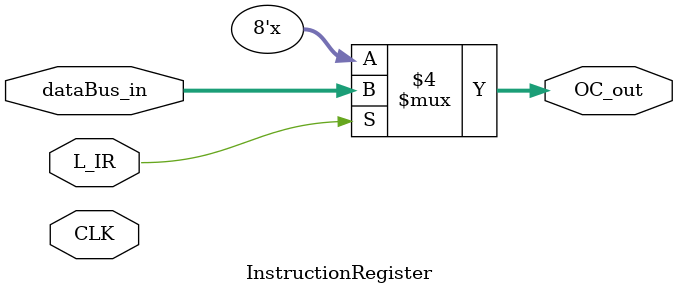
<source format=v>
`timescale 1ns / 1ps

module InstructionRegister(
    input             CLK,
    input             L_IR,
    input       [7:0] dataBus_in,
    output reg  [7:0] OC_out
    );
    initial 
        OC_out = 8'h00;
    always @(*)
    begin
        if(L_IR)
            OC_out = dataBus_in[7:0];
    end
endmodule

</source>
